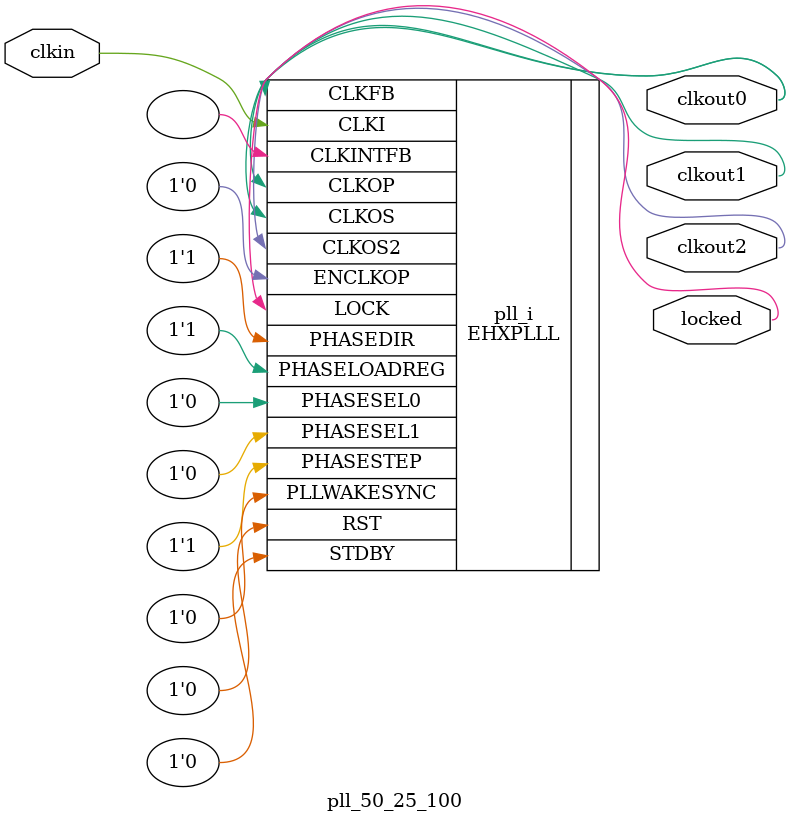
<source format=v>
module pll_50_25_100
(
    input clkin, // 25 MHz, 0 deg
    output clkout0, // 50 MHz, 0 deg
    output clkout1, // 25 MHz, 0 deg
    output clkout2, // 100 MHz, 0 deg
    output locked
);
(* FREQUENCY_PIN_CLKI="25" *)
(* FREQUENCY_PIN_CLKOP="50" *)
(* FREQUENCY_PIN_CLKOS="25" *)
(* FREQUENCY_PIN_CLKOS2="100" *)
(* ICP_CURRENT="12" *) (* LPF_RESISTOR="8" *) (* MFG_ENABLE_FILTEROPAMP="1" *) (* MFG_GMCREF_SEL="2" *)
EHXPLLL #(
        .PLLRST_ENA("DISABLED"),
        .INTFB_WAKE("DISABLED"),
        .STDBY_ENABLE("DISABLED"),
        .DPHASE_SOURCE("DISABLED"),
        .OUTDIVIDER_MUXA("DIVA"),
        .OUTDIVIDER_MUXB("DIVB"),
        .OUTDIVIDER_MUXC("DIVC"),
        .OUTDIVIDER_MUXD("DIVD"),
        .CLKI_DIV(1),
        .CLKOP_ENABLE("ENABLED"),
        .CLKOP_DIV(12),
        .CLKOP_CPHASE(5),
        .CLKOP_FPHASE(0),
        .CLKOS_ENABLE("ENABLED"),
        .CLKOS_DIV(24),
        .CLKOS_CPHASE(5),
        .CLKOS_FPHASE(0),
        .CLKOS2_ENABLE("ENABLED"),
        .CLKOS2_DIV(6),
        .CLKOS2_CPHASE(5),
        .CLKOS2_FPHASE(0),
        .FEEDBK_PATH("CLKOP"),
        .CLKFB_DIV(2)
    ) pll_i (
        .RST(1'b0),
        .STDBY(1'b0),
        .CLKI(clkin),
        .CLKOP(clkout0),
        .CLKOS(clkout1),
        .CLKOS2(clkout2),
        .CLKFB(clkout0),
        .CLKINTFB(),
        .PHASESEL0(1'b0),
        .PHASESEL1(1'b0),
        .PHASEDIR(1'b1),
        .PHASESTEP(1'b1),
        .PHASELOADREG(1'b1),
        .PLLWAKESYNC(1'b0),
        .ENCLKOP(1'b0),
        .LOCK(locked)
	);
endmodule

</source>
